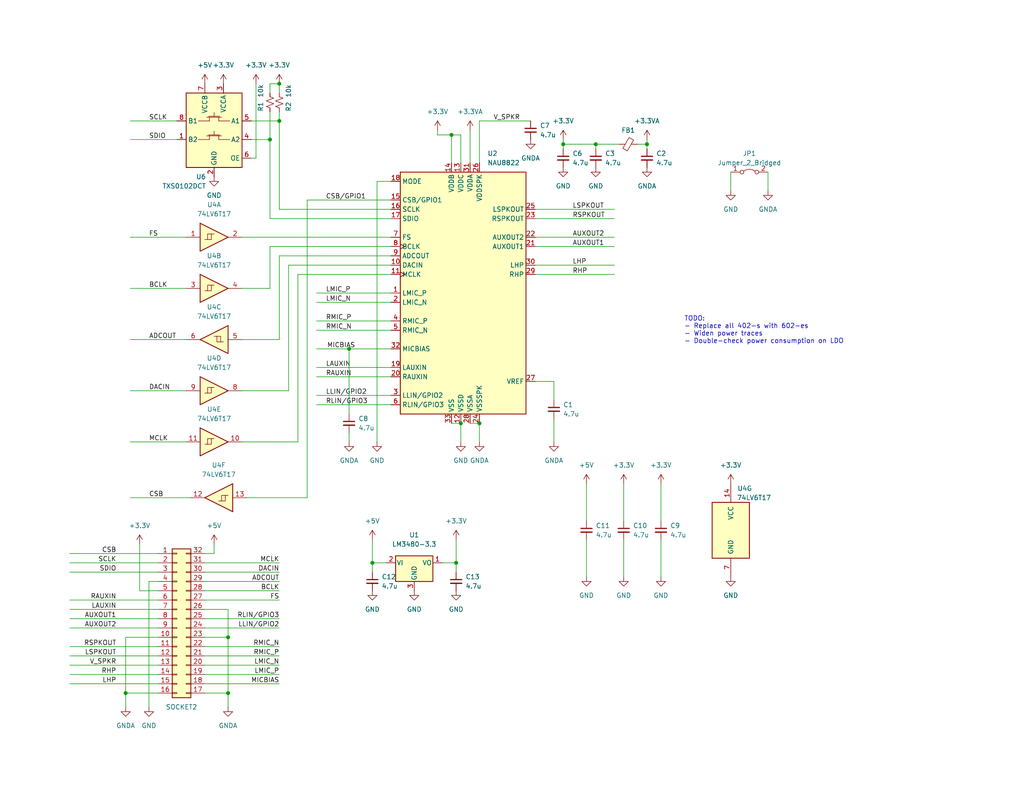
<source format=kicad_sch>
(kicad_sch (version 20230121) (generator eeschema)
  (paper "A")
  (title_block (title "A1 Codec Board"))
  (lib_symbols
    (symbol "+3.3V_1" (power) (pin_names (offset 0))
      (property "Value" "+3.3V_1" (at 0 3.556 0))
      (symbol "+3.3V_1_0_1"
        (polyline (pts (xy -0.762 1.27) (xy 0 2.54)))
        (polyline (pts (xy 0 0) (xy 0 2.54)))
        (polyline (pts (xy 0 2.54) (xy 0.762 1.27)))
      )
      (symbol "+3.3V_1_1_1"
        (pin power_in line (at 0 0 90) (length 0) hide (name "+3.3V") (number "1"))
      )
    )
    (symbol "Connector_Generic:Conn_02x16_Counter_Clockwise" (pin_names (offset 1.016) hide)
      (property "Reference" "J" (at 1.27 20.32 0))
      (property "Value" "Conn_02x16_Counter_Clockwise" (at 1.27 -22.86 0))
      (symbol "Conn_02x16_Counter_Clockwise_1_1"
        (rectangle (start -1.27 -20.193) (end 0 -20.447) (stroke (width 0.1524)))
        (rectangle (start -1.27 -17.653) (end 0 -17.907) (stroke (width 0.1524)))
        (rectangle (start -1.27 -15.113) (end 0 -15.367) (stroke (width 0.1524)))
        (rectangle (start -1.27 -12.573) (end 0 -12.827) (stroke (width 0.1524)))
        (rectangle (start -1.27 -10.033) (end 0 -10.287) (stroke (width 0.1524)))
        (rectangle (start -1.27 -7.493) (end 0 -7.747) (stroke (width 0.1524)))
        (rectangle (start -1.27 -4.953) (end 0 -5.207) (stroke (width 0.1524)))
        (rectangle (start -1.27 -2.413) (end 0 -2.667) (stroke (width 0.1524)))
        (rectangle (start -1.27 0.127) (end 0 -0.127) (stroke (width 0.1524)))
        (rectangle (start -1.27 2.667) (end 0 2.413) (stroke (width 0.1524)))
        (rectangle (start -1.27 5.207) (end 0 4.953) (stroke (width 0.1524)))
        (rectangle (start -1.27 7.747) (end 0 7.493) (stroke (width 0.1524)))
        (rectangle (start -1.27 10.287) (end 0 10.033) (stroke (width 0.1524)))
        (rectangle (start -1.27 12.827) (end 0 12.573) (stroke (width 0.1524)))
        (rectangle (start -1.27 15.367) (end 0 15.113) (stroke (width 0.1524)))
        (rectangle (start -1.27 17.907) (end 0 17.653) (stroke (width 0.1524)))
        (rectangle (start -1.27 19.05) (end 3.81 -21.59) (stroke (width 0.254)) (fill (type background)))
        (rectangle (start 3.81 -20.193) (end 2.54 -20.447) (stroke (width 0.1524)))
        (rectangle (start 3.81 -17.653) (end 2.54 -17.907) (stroke (width 0.1524)))
        (rectangle (start 3.81 -15.113) (end 2.54 -15.367) (stroke (width 0.1524)))
        (rectangle (start 3.81 -12.573) (end 2.54 -12.827) (stroke (width 0.1524)))
        (rectangle (start 3.81 -10.033) (end 2.54 -10.287) (stroke (width 0.1524)))
        (rectangle (start 3.81 -7.493) (end 2.54 -7.747) (stroke (width 0.1524)))
        (rectangle (start 3.81 -4.953) (end 2.54 -5.207) (stroke (width 0.1524)))
        (rectangle (start 3.81 -2.413) (end 2.54 -2.667) (stroke (width 0.1524)))
        (rectangle (start 3.81 0.127) (end 2.54 -0.127) (stroke (width 0.1524)))
        (rectangle (start 3.81 2.667) (end 2.54 2.413) (stroke (width 0.1524)))
        (rectangle (start 3.81 5.207) (end 2.54 4.953) (stroke (width 0.1524)))
        (rectangle (start 3.81 7.747) (end 2.54 7.493) (stroke (width 0.1524)))
        (rectangle (start 3.81 10.287) (end 2.54 10.033) (stroke (width 0.1524)))
        (rectangle (start 3.81 12.827) (end 2.54 12.573) (stroke (width 0.1524)))
        (rectangle (start 3.81 15.367) (end 2.54 15.113) (stroke (width 0.1524)))
        (rectangle (start 3.81 17.907) (end 2.54 17.653) (stroke (width 0.1524)))
        (pin passive line (at -5.08 17.78 0) (length 3.81) (name "Pin_1") (number "1"))
        (pin passive line (at -5.08 -5.08 0) (length 3.81) (name "Pin_10") (number "10"))
        (pin passive line (at -5.08 -7.62 0) (length 3.81) (name "Pin_11") (number "11"))
        (pin passive line (at -5.08 -10.16 0) (length 3.81) (name "Pin_12") (number "12"))
        (pin passive line (at -5.08 -12.7 0) (length 3.81) (name "Pin_13") (number "13"))
        (pin passive line (at -5.08 -15.24 0) (length 3.81) (name "Pin_14") (number "14"))
        (pin passive line (at -5.08 -17.78 0) (length 3.81) (name "Pin_15") (number "15"))
        (pin passive line (at -5.08 -20.32 0) (length 3.81) (name "Pin_16") (number "16"))
        (pin passive line (at 7.62 -20.32 180) (length 3.81) (name "Pin_17") (number "17"))
        (pin passive line (at 7.62 -17.78 180) (length 3.81) (name "Pin_18") (number "18"))
        (pin passive line (at 7.62 -15.24 180) (length 3.81) (name "Pin_19") (number "19"))
        (pin passive line (at -5.08 15.24 0) (length 3.81) (name "Pin_2") (number "2"))
        (pin passive line (at 7.62 -12.7 180) (length 3.81) (name "Pin_20") (number "20"))
        (pin passive line (at 7.62 -10.16 180) (length 3.81) (name "Pin_21") (number "21"))
        (pin passive line (at 7.62 -7.62 180) (length 3.81) (name "Pin_22") (number "22"))
        (pin passive line (at 7.62 -5.08 180) (length 3.81) (name "Pin_23") (number "23"))
        (pin passive line (at 7.62 -2.54 180) (length 3.81) (name "Pin_24") (number "24"))
        (pin passive line (at 7.62 0 180) (length 3.81) (name "Pin_25") (number "25"))
        (pin passive line (at 7.62 2.54 180) (length 3.81) (name "Pin_26") (number "26"))
        (pin passive line (at 7.62 5.08 180) (length 3.81) (name "Pin_27") (number "27"))
        (pin passive line (at 7.62 7.62 180) (length 3.81) (name "Pin_28") (number "28"))
        (pin passive line (at 7.62 10.16 180) (length 3.81) (name "Pin_29") (number "29"))
        (pin passive line (at -5.08 12.7 0) (length 3.81) (name "Pin_3") (number "3"))
        (pin passive line (at 7.62 12.7 180) (length 3.81) (name "Pin_30") (number "30"))
        (pin passive line (at 7.62 15.24 180) (length 3.81) (name "Pin_31") (number "31"))
        (pin passive line (at 7.62 17.78 180) (length 3.81) (name "Pin_32") (number "32"))
        (pin passive line (at -5.08 10.16 0) (length 3.81) (name "Pin_4") (number "4"))
        (pin passive line (at -5.08 7.62 0) (length 3.81) (name "Pin_5") (number "5"))
        (pin passive line (at -5.08 5.08 0) (length 3.81) (name "Pin_6") (number "6"))
        (pin passive line (at -5.08 2.54 0) (length 3.81) (name "Pin_7") (number "7"))
        (pin passive line (at -5.08 0 0) (length 3.81) (name "Pin_8") (number "8"))
        (pin passive line (at -5.08 -2.54 0) (length 3.81) (name "Pin_9") (number "9"))
      )
    )
    (symbol "Device:C_Small" (pin_numbers hide) (pin_names (offset 0.254) hide)
      (property "Reference" "C" (at 0.254 1.778 0))
      (property "Value" "C_Small" (at 0.254 -2.032 0))
      (symbol "C_Small_0_1"
        (polyline (pts (xy -1.524 -0.508) (xy 1.524 -0.508)) (stroke (width 0.3302)))
        (polyline (pts (xy -1.524 0.508) (xy 1.524 0.508)) (stroke (width 0.3048)))
      )
      (symbol "C_Small_1_1"
        (pin passive line (at 0 2.54 270) (length 2.032) (name "~") (number "1"))
        (pin passive line (at 0 -2.54 90) (length 2.032) (name "~") (number "2"))
      )
    )
    (symbol "Device:FerriteBead_Small" (pin_numbers hide) (pin_names (offset 0))
      (property "Reference" "FB" (at 1.905 1.27 0))
      (property "Value" "FerriteBead_Small" (at 1.905 -1.27 0))
      (symbol "FerriteBead_Small_0_1"
        (polyline (pts (xy 0 -1.27) (xy 0 -0.7874)))
        (polyline (pts (xy 0 0.889) (xy 0 1.2954)))
        (polyline (pts (xy -1.8288 0.2794) (xy -1.1176 1.4986) (xy 1.8288 -0.2032) (xy 1.1176 -1.4224) (xy -1.8288 0.2794)))
      )
      (symbol "FerriteBead_Small_1_1"
        (pin passive line (at 0 2.54 270) (length 1.27) (name "~") (number "1"))
        (pin passive line (at 0 -2.54 90) (length 1.27) (name "~") (number "2"))
      )
    )
    (symbol "Device:R_Small_US" (pin_numbers hide) (pin_names (offset 0.254) hide)
      (property "Reference" "R" (at 0.762 0.508 0))
      (property "Value" "R_Small_US" (at 0.762 -1.016 0))
      (symbol "R_Small_US_1_1"
        (polyline (pts (xy 0 0) (xy 1.016 -0.381) (xy 0 -0.762) (xy -1.016 -1.143) (xy 0 -1.524)))
        (polyline (pts (xy 0 1.524) (xy 1.016 1.143) (xy 0 0.762) (xy -1.016 0.381) (xy 0 0)))
        (pin passive line (at 0 2.54 270) (length 1.016) (name "~") (number "1"))
        (pin passive line (at 0 -2.54 90) (length 1.016) (name "~") (number "2"))
      )
    )
    (symbol "Jumper:Jumper_2_Bridged" (pin_names (offset 0) hide)
      (property "Reference" "JP" (at 0 1.905 0))
      (property "Value" "Jumper_2_Bridged" (at 0 -2.54 0))
      (symbol "Jumper_2_Bridged_0_0"
        (circle (center -2.032 0) (radius 0.508))
        (circle (center 2.032 0) (radius 0.508))
      )
      (symbol "Jumper_2_Bridged_0_1"
        (arc (start 1.524 0.254) (mid 0 0.762) (end -1.524 0.254))
      )
      (symbol "Jumper_2_Bridged_1_1"
        (pin passive line (at -5.08 0 0) (length 2.54) (name "A") (number "1"))
        (pin passive line (at 5.08 0 180) (length 2.54) (name "B") (number "2"))
      )
    )
    (symbol "Logic_LevelTranslator:TXS0102DCT"
      (property "Reference" "U" (at -6.35 11.43 0))
      (property "Value" "TXS0102DCT" (at 3.81 11.43 0))
      (symbol "TXS0102DCT_0_1"
        (rectangle (start -7.62 10.16) (end 7.62 -10.16) (stroke (width 0.254)) (fill (type background)))
        (polyline (pts (xy -4.318 -2.54) (xy -1.27 -2.54)))
        (polyline (pts (xy -2.032 -1.524) (xy 2.032 -1.524)))
        (polyline (pts (xy -1.524 -1.27) (xy 1.524 -1.27)))
        (polyline (pts (xy -1.27 -2.54) (xy -1.27 -1.524)))
        (polyline (pts (xy 0 -1.27) (xy 0 -0.254)))
        (polyline (pts (xy 1.27 -2.54) (xy 1.27 -1.524)))
        (polyline (pts (xy 4.318 -2.54) (xy 1.27 -2.54)))
      )
      (symbol "TXS0102DCT_1_1"
        (polyline (pts (xy -4.318 2.54) (xy -1.27 2.54)))
        (polyline (pts (xy -2.032 3.556) (xy 2.032 3.556)))
        (polyline (pts (xy -1.524 3.81) (xy 1.524 3.81)))
        (polyline (pts (xy -1.27 2.54) (xy -1.27 3.556)))
        (polyline (pts (xy 0 3.81) (xy 0 4.826)))
        (polyline (pts (xy 1.27 2.54) (xy 1.27 3.556)))
        (polyline (pts (xy 4.318 2.54) (xy 1.27 2.54)))
        (pin bidirectional line (at 10.16 -2.54 180) (length 2.54) (name "B2") (number "1"))
        (pin power_in line (at 0 -12.7 90) (length 2.54) (name "GND") (number "2"))
        (pin power_in line (at -2.54 12.7 270) (length 2.54) (name "VCCA") (number "3"))
        (pin bidirectional line (at -10.16 -2.54 0) (length 2.54) (name "A2") (number "4"))
        (pin bidirectional line (at -10.16 2.54 0) (length 2.54) (name "A1") (number "5"))
        (pin input line (at -10.16 -7.62 0) (length 2.54) (name "OE") (number "6"))
        (pin power_in line (at 2.54 12.7 270) (length 2.54) (name "VCCB") (number "7"))
        (pin bidirectional line (at 10.16 2.54 180) (length 2.54) (name "B1") (number "8"))
      )
    )
    (symbol "Regulator_Linear:LM3480-3.3" (pin_names (offset 0.254))
      (property "Reference" "U" (at -3.81 3.175 0))
      (property "Value" "LM3480-3.3" (at 0 3.175 0))
      (symbol "LM3480-3.3_0_1"
        (rectangle (start -5.08 1.905) (end 5.08 -5.08) (stroke (width 0.254)) (fill (type background)))
      )
      (symbol "LM3480-3.3_1_1"
        (pin power_out line (at 7.62 0 180) (length 2.54) (name "VO") (number "1"))
        (pin power_in line (at -7.62 0 0) (length 2.54) (name "VI") (number "2"))
        (pin power_in line (at 0 -7.62 90) (length 2.54) (name "GND") (number "3"))
      )
    )
    (symbol "anachron:74LV6T17" (pin_names (offset 1.016))
      (property "Reference" "U" (at 1.27 3.81 0))
      (property "Value" "74LV6T17" (at 5.08 -3.81 0))
      (symbol "74LV6T17_1_0"
        (polyline (pts (xy -3.81 3.81) (xy -3.81 -3.81) (xy 3.81 0) (xy -3.81 3.81)) (stroke (width 0.254)) (fill (type background)))
        (pin input line (at -7.62 0 0) (length 3.81) (name "~") (number "1"))
        (pin output line (at 7.62 0 180) (length 3.81) (name "~") (number "2"))
      )
      (symbol "74LV6T17_1_1"
        (polyline (pts (xy -1.778 -0.635) (xy -0.762 -0.635) (xy -0.762 0.889)))
        (polyline (pts (xy -2.54 -0.635) (xy -1.778 -0.635) (xy -1.778 0.889) (xy 0 0.889)))
      )
      (symbol "74LV6T17_2_0"
        (polyline (pts (xy -3.81 3.81) (xy -3.81 -3.81) (xy 3.81 0) (xy -3.81 3.81)) (stroke (width 0.254)) (fill (type background)))
        (pin input line (at -7.62 0 0) (length 3.81) (name "~") (number "3"))
        (pin open_collector line (at 7.62 0 180) (length 3.81) (name "~") (number "4"))
      )
      (symbol "74LV6T17_2_1"
        (polyline (pts (xy -1.778 -0.635) (xy -0.762 -0.635) (xy -0.762 0.889)))
        (polyline (pts (xy -2.54 -0.635) (xy -1.778 -0.635) (xy -1.778 0.889) (xy 0 0.889)))
      )
      (symbol "74LV6T17_3_0"
        (polyline (pts (xy -3.81 3.81) (xy -3.81 -3.81) (xy 3.81 0) (xy -3.81 3.81)) (stroke (width 0.254)) (fill (type background)))
        (pin input line (at -7.62 0 0) (length 3.81) (name "~") (number "5"))
        (pin open_collector line (at 7.62 0 180) (length 3.81) (name "~") (number "6"))
      )
      (symbol "74LV6T17_3_1"
        (polyline (pts (xy -1.778 -0.635) (xy -0.762 -0.635) (xy -0.762 0.889)))
        (polyline (pts (xy -2.54 -0.635) (xy -1.778 -0.635) (xy -1.778 0.889) (xy 0 0.889)))
      )
      (symbol "74LV6T17_4_0"
        (polyline (pts (xy -3.81 3.81) (xy -3.81 -3.81) (xy 3.81 0) (xy -3.81 3.81)) (stroke (width 0.254)) (fill (type background)))
        (pin open_collector line (at 7.62 0 180) (length 3.81) (name "~") (number "8"))
        (pin input line (at -7.62 0 0) (length 3.81) (name "~") (number "9"))
      )
      (symbol "74LV6T17_4_1"
        (polyline (pts (xy -1.778 -0.635) (xy -0.762 -0.635) (xy -0.762 0.889)))
        (polyline (pts (xy -2.54 -0.635) (xy -1.778 -0.635) (xy -1.778 0.889) (xy 0 0.889)))
      )
      (symbol "74LV6T17_5_0"
        (polyline (pts (xy -3.81 3.81) (xy -3.81 -3.81) (xy 3.81 0) (xy -3.81 3.81)) (stroke (width 0.254)) (fill (type background)))
        (pin open_collector line (at 7.62 0 180) (length 3.81) (name "~") (number "10"))
        (pin input line (at -7.62 0 0) (length 3.81) (name "~") (number "11"))
      )
      (symbol "74LV6T17_5_1"
        (polyline (pts (xy -1.778 -0.635) (xy -0.762 -0.635) (xy -0.762 0.889)))
        (polyline (pts (xy -2.54 -0.635) (xy -1.778 -0.635) (xy -1.778 0.889) (xy 0 0.889)))
      )
      (symbol "74LV6T17_6_0"
        (polyline (pts (xy -3.81 3.81) (xy -3.81 -3.81) (xy 3.81 0) (xy -3.81 3.81)) (stroke (width 0.254)) (fill (type background)))
        (pin open_collector line (at 7.62 0 180) (length 3.81) (name "~") (number "12"))
        (pin input line (at -7.62 0 0) (length 3.81) (name "~") (number "13"))
      )
      (symbol "74LV6T17_6_1"
        (polyline (pts (xy -1.778 -0.635) (xy -0.762 -0.635) (xy -0.762 0.889)))
        (polyline (pts (xy -2.54 -0.635) (xy -1.778 -0.635) (xy -1.778 0.889) (xy 0 0.889)))
      )
      (symbol "74LV6T17_7_0"
        (pin power_in line (at 0 12.7 270) (length 5.08) (name "VCC") (number "14"))
        (pin power_in line (at 0 -12.7 90) (length 5.08) (name "GND") (number "7"))
      )
      (symbol "74LV6T17_7_1"
        (rectangle (start -5.08 7.62) (end 5.08 -7.62) (stroke (width 0.254)) (fill (type background)))
      )
    )
    (symbol "anachron:NAU8822"
      (property "Reference" "U" (at 1.27 36.83 0))
      (property "Value" "NAU8822" (at 5.08 34.29 0))
      (symbol "NAU8822_0_0"
        (pin input line (at -2.54 0 0) (length 2.54) (name "LMIC_P") (number "1"))
        (pin input line (at -2.54 7.62 0) (length 2.54) (name "DACIN") (number "10"))
        (pin power_in line (at 16.51 -35.56 90) (length 2.54) (name "VSSD") (number "12"))
        (pin power_in line (at 16.51 35.56 270) (length 2.54) (name "VDDC") (number "13"))
        (pin power_in line (at 13.97 35.56 270) (length 2.54) (name "VDDB") (number "14"))
        (pin bidirectional line (at -2.54 22.86 0) (length 2.54) (name "SCLK") (number "16"))
        (pin bidirectional line (at -2.54 20.32 0) (length 2.54) (name "SDIO") (number "17"))
        (pin input line (at -2.54 30.48 0) (length 2.54) (name "MODE") (number "18"))
        (pin input line (at -2.54 -20.32 0) (length 2.54) (name "LAUXIN") (number "19"))
        (pin input line (at -2.54 -2.54 0) (length 2.54) (name "LMIC_N") (number "2"))
        (pin tri_state line (at -2.54 -22.86 0) (length 2.54) (name "RAUXIN") (number "20"))
        (pin output line (at 36.83 12.7 180) (length 2.54) (name "AUXOUT1") (number "21"))
        (pin output line (at 36.83 15.24 180) (length 2.54) (name "AUXOUT2") (number "22"))
        (pin output line (at 36.83 20.32 180) (length 2.54) (name "RSPKOUT") (number "23"))
        (pin power_in line (at 21.59 -35.56 90) (length 2.54) (name "VSSSPK") (number "24"))
        (pin output line (at 36.83 22.86 180) (length 2.54) (name "LSPKOUT") (number "25"))
        (pin power_in line (at 21.59 35.56 270) (length 2.54) (name "VDDSPK") (number "26"))
        (pin passive line (at 36.83 -24.13 180) (length 2.54) (name "VREF") (number "27"))
        (pin power_in line (at 19.05 -35.56 90) (length 2.54) (name "VSSA") (number "28"))
        (pin output line (at 36.83 5.08 180) (length 2.54) (name "RHP") (number "29"))
        (pin bidirectional line (at -2.54 -27.94 0) (length 2.54) (name "LLIN/GPIO2") (number "3"))
        (pin output line (at 36.83 7.62 180) (length 2.54) (name "LHP") (number "30"))
        (pin power_in line (at 19.05 35.56 270) (length 2.54) (name "VDDA") (number "31"))
        (pin output line (at -2.54 -15.24 0) (length 2.54) (name "MICBIAS") (number "32"))
        (pin input line (at -2.54 -7.62 0) (length 2.54) (name "RMIC_P") (number "4"))
        (pin input line (at -2.54 -10.16 0) (length 2.54) (name "RMIC_N") (number "5"))
        (pin bidirectional line (at -2.54 -30.48 0) (length 2.54) (name "RLIN/GPIO3") (number "6"))
        (pin bidirectional line (at -2.54 15.24 0) (length 2.54) (name "FS") (number "7"))
        (pin output line (at -2.54 10.16 0) (length 2.54) (name "ADCOUT") (number "9"))
      )
      (symbol "NAU8822_0_1"
        (rectangle (start 0 33.02) (end 34.29 -33.02) (stroke (width 0.254)) (fill (type background)))
      )
      (symbol "NAU8822_1_0"
        (pin input clock (at -2.54 5.08 0) (length 2.54) (name "MCLK") (number "11"))
        (pin bidirectional line (at -2.54 25.4 0) (length 2.54) (name "CSB/GPIO1") (number "15"))
        (pin power_in line (at 13.97 -35.56 90) (length 2.54) (name "VSS") (number "33"))
        (pin bidirectional clock (at -2.54 12.7 0) (length 2.54) (name "BCLK") (number "8"))
      )
    )
    (symbol "power:+3.3VA" (power) (pin_names (offset 0))
      (property "Value" "+3.3VA" (at 0 3.556 0))
      (symbol "+3.3VA_0_1"
        (polyline (pts (xy -0.762 1.27) (xy 0 2.54)))
        (polyline (pts (xy 0 0) (xy 0 2.54)))
        (polyline (pts (xy 0 2.54) (xy 0.762 1.27)))
      )
      (symbol "+3.3VA_1_1"
        (pin power_in line (at 0 0 90) (length 0) hide (name "+3.3VA") (number "1"))
      )
    )
    (symbol "power:+5V" (power) (pin_names (offset 0))
      (property "Value" "+5V" (at 0 3.556 0))
      (symbol "+5V_0_1"
        (polyline (pts (xy -0.762 1.27) (xy 0 2.54)))
        (polyline (pts (xy 0 0) (xy 0 2.54)))
        (polyline (pts (xy 0 2.54) (xy 0.762 1.27)))
      )
      (symbol "+5V_1_1"
        (pin power_in line (at 0 0 90) (length 0) hide (name "+5V") (number "1"))
      )
    )
    (symbol "power:GND" (power) (pin_names (offset 0))
      (property "Value" "GND" (at 0 -3.81 0))
      (symbol "GND_0_1"
        (polyline (pts (xy 0 0) (xy 0 -1.27) (xy 1.27 -1.27) (xy 0 -2.54) (xy -1.27 -1.27) (xy 0 -1.27)))
      )
      (symbol "GND_1_1"
        (pin power_in line (at 0 0 270) (length 0) hide (name "GND") (number "1"))
      )
    )
    (symbol "power:GNDA" (power) (pin_names (offset 0))
      (property "Value" "GNDA" (at 0 -3.81 0))
      (symbol "GNDA_0_1"
        (polyline (pts (xy 0 0) (xy 0 -1.27) (xy 1.27 -1.27) (xy 0 -2.54) (xy -1.27 -1.27) (xy 0 -1.27)))
      )
      (symbol "GNDA_1_1"
        (pin power_in line (at 0 0 270) (length 0) hide (name "GNDA") (number "1"))
      )
    )
  )
  (junction (at 123.19 36.83))
  (junction (at 34.29 189.23))
  (junction (at 162.56 39.37))
  (junction (at 76.2 22.86))
  (junction (at 125.73 115.57))
  (junction (at 62.23 173.99))
  (junction (at 153.67 39.37))
  (junction (at 101.6 153.67))
  (junction (at 62.23 189.23))
  (junction (at 130.81 115.57))
  (junction (at 73.66 38.1))
  (junction (at 124.46 153.67))
  (junction (at 76.2 33.02))
  (junction (at 95.25 95.25))
  (junction (at 176.53 39.37))
  (wire (pts (xy 62.23 189.23) (xy 62.23 193.04)))
  (wire (pts (xy 76.2 30.48) (xy 76.2 33.02)))
  (wire (pts (xy 83.82 135.89) (xy 67.31 135.89)))
  (wire (pts (xy 76.2 184.15) (xy 55.88 184.15)))
  (wire (pts (xy 66.04 92.71) (xy 76.2 92.71)))
  (wire (pts (xy 73.66 59.69) (xy 106.68 59.69)))
  (wire (pts (xy 95.25 95.25) (xy 106.68 95.25)))
  (wire (pts (xy 62.23 173.99) (xy 55.88 173.99)))
  (wire (pts (xy 43.18 176.53) (xy 19.05 176.53)))
  (wire (pts (xy 34.29 189.23) (xy 43.18 189.23)))
  (wire (pts (xy 86.36 87.63) (xy 106.68 87.63)))
  (wire (pts (xy 151.13 104.14) (xy 146.05 104.14)))
  (wire (pts (xy 40.64 158.75) (xy 40.64 193.04)))
  (wire (pts (xy 153.67 39.37) (xy 162.56 39.37)))
  (wire (pts (xy 123.19 115.57) (xy 125.73 115.57)))
  (wire (pts (xy 43.18 186.69) (xy 19.05 186.69)))
  (wire (pts (xy 81.28 74.93) (xy 81.28 120.65)))
  (wire (pts (xy 34.29 189.23) (xy 34.29 173.99)))
  (wire (pts (xy 119.38 35.56) (xy 119.38 36.83)))
  (wire (pts (xy 83.82 54.61) (xy 83.82 135.89)))
  (wire (pts (xy 76.2 22.86) (xy 76.2 25.4)))
  (wire (pts (xy 66.04 78.74) (xy 73.66 78.74)))
  (wire (pts (xy 76.2 33.02) (xy 68.58 33.02)))
  (wire (pts (xy 160.02 157.48) (xy 160.02 147.32)))
  (wire (pts (xy 160.02 142.24) (xy 160.02 132.08)))
  (wire (pts (xy 62.23 189.23) (xy 55.88 189.23)))
  (wire (pts (xy 180.34 157.48) (xy 180.34 147.32)))
  (wire (pts (xy 144.78 33.02) (xy 130.81 33.02)))
  (wire (pts (xy 86.36 110.49) (xy 106.68 110.49)))
  (wire (pts (xy 124.46 153.67) (xy 124.46 156.21)))
  (wire (pts (xy 130.81 33.02) (xy 130.81 44.45)))
  (wire (pts (xy 43.18 153.67) (xy 19.05 153.67)))
  (wire (pts (xy 95.25 120.65) (xy 95.25 118.11)))
  (wire (pts (xy 76.2 158.75) (xy 55.88 158.75)))
  (wire (pts (xy 95.25 113.03) (xy 95.25 95.25)))
  (wire (pts (xy 146.05 64.77) (xy 167.64 64.77)))
  (wire (pts (xy 69.85 22.86) (xy 69.85 43.18)))
  (wire (pts (xy 105.41 153.67) (xy 101.6 153.67)))
  (wire (pts (xy 119.38 36.83) (xy 123.19 36.83)))
  (wire (pts (xy 35.56 33.02) (xy 48.26 33.02)))
  (wire (pts (xy 35.56 92.71) (xy 50.8 92.71)))
  (wire (pts (xy 38.1 148.59) (xy 38.1 161.29)))
  (wire (pts (xy 35.56 135.89) (xy 52.07 135.89)))
  (wire (pts (xy 43.18 151.13) (xy 19.05 151.13)))
  (wire (pts (xy 76.2 57.15) (xy 106.68 57.15)))
  (wire (pts (xy 120.65 153.67) (xy 124.46 153.67)))
  (wire (pts (xy 38.1 161.29) (xy 43.18 161.29)))
  (wire (pts (xy 86.36 95.25) (xy 95.25 95.25)))
  (wire (pts (xy 101.6 147.32) (xy 101.6 153.67)))
  (wire (pts (xy 76.2 92.71) (xy 76.2 69.85)))
  (wire (pts (xy 153.67 39.37) (xy 153.67 38.1)))
  (wire (pts (xy 124.46 147.32) (xy 124.46 153.67)))
  (wire (pts (xy 58.42 148.59) (xy 58.42 151.13)))
  (wire (pts (xy 68.58 43.18) (xy 69.85 43.18)))
  (wire (pts (xy 86.36 102.87) (xy 106.68 102.87)))
  (wire (pts (xy 146.05 57.15) (xy 167.64 57.15)))
  (wire (pts (xy 62.23 173.99) (xy 62.23 166.37)))
  (wire (pts (xy 35.56 78.74) (xy 50.8 78.74)))
  (wire (pts (xy 146.05 59.69) (xy 167.64 59.69)))
  (wire (pts (xy 199.39 46.99) (xy 199.39 52.07)))
  (wire (pts (xy 35.56 38.1) (xy 48.26 38.1)))
  (wire (pts (xy 35.56 64.77) (xy 50.8 64.77)))
  (wire (pts (xy 62.23 166.37) (xy 55.88 166.37)))
  (wire (pts (xy 86.36 90.17) (xy 106.68 90.17)))
  (wire (pts (xy 73.66 30.48) (xy 73.66 38.1)))
  (wire (pts (xy 151.13 109.22) (xy 151.13 104.14)))
  (wire (pts (xy 76.2 171.45) (xy 55.88 171.45)))
  (wire (pts (xy 83.82 54.61) (xy 106.68 54.61)))
  (wire (pts (xy 146.05 74.93) (xy 167.64 74.93)))
  (wire (pts (xy 76.2 168.91) (xy 55.88 168.91)))
  (wire (pts (xy 123.19 36.83) (xy 125.73 36.83)))
  (wire (pts (xy 123.19 44.45) (xy 123.19 36.83)))
  (wire (pts (xy 34.29 189.23) (xy 34.29 193.04)))
  (wire (pts (xy 58.42 151.13) (xy 55.88 151.13)))
  (wire (pts (xy 180.34 142.24) (xy 180.34 132.08)))
  (wire (pts (xy 43.18 156.21) (xy 19.05 156.21)))
  (wire (pts (xy 43.18 163.83) (xy 19.05 163.83)))
  (wire (pts (xy 86.36 100.33) (xy 106.68 100.33)))
  (wire (pts (xy 81.28 120.65) (xy 66.04 120.65)))
  (wire (pts (xy 162.56 40.64) (xy 162.56 39.37)))
  (wire (pts (xy 73.66 25.4) (xy 73.66 22.86)))
  (wire (pts (xy 43.18 171.45) (xy 19.05 171.45)))
  (wire (pts (xy 86.36 82.55) (xy 106.68 82.55)))
  (wire (pts (xy 102.87 49.53) (xy 106.68 49.53)))
  (wire (pts (xy 76.2 186.69) (xy 55.88 186.69)))
  (wire (pts (xy 128.27 35.56) (xy 128.27 44.45)))
  (wire (pts (xy 76.2 163.83) (xy 55.88 163.83)))
  (wire (pts (xy 209.55 46.99) (xy 209.55 52.07)))
  (wire (pts (xy 78.74 72.39) (xy 106.68 72.39)))
  (wire (pts (xy 170.18 142.24) (xy 170.18 132.08)))
  (wire (pts (xy 78.74 106.68) (xy 78.74 72.39)))
  (wire (pts (xy 101.6 153.67) (xy 101.6 156.21)))
  (wire (pts (xy 76.2 57.15) (xy 76.2 33.02)))
  (wire (pts (xy 76.2 176.53) (xy 55.88 176.53)))
  (wire (pts (xy 176.53 40.64) (xy 176.53 39.37)))
  (wire (pts (xy 130.81 115.57) (xy 130.81 120.65)))
  (wire (pts (xy 86.36 107.95) (xy 106.68 107.95)))
  (wire (pts (xy 73.66 38.1) (xy 68.58 38.1)))
  (wire (pts (xy 151.13 120.65) (xy 151.13 114.3)))
  (wire (pts (xy 73.66 78.74) (xy 73.66 67.31)))
  (wire (pts (xy 162.56 39.37) (xy 168.91 39.37)))
  (wire (pts (xy 170.18 157.48) (xy 170.18 147.32)))
  (wire (pts (xy 128.27 115.57) (xy 130.81 115.57)))
  (wire (pts (xy 176.53 38.1) (xy 176.53 39.37)))
  (wire (pts (xy 86.36 80.01) (xy 106.68 80.01)))
  (wire (pts (xy 35.56 120.65) (xy 50.8 120.65)))
  (wire (pts (xy 146.05 72.39) (xy 167.64 72.39)))
  (wire (pts (xy 76.2 161.29) (xy 55.88 161.29)))
  (wire (pts (xy 35.56 106.68) (xy 50.8 106.68)))
  (wire (pts (xy 66.04 64.77) (xy 106.68 64.77)))
  (wire (pts (xy 43.18 179.07) (xy 19.05 179.07)))
  (wire (pts (xy 125.73 115.57) (xy 125.73 120.65)))
  (wire (pts (xy 43.18 158.75) (xy 40.64 158.75)))
  (wire (pts (xy 62.23 189.23) (xy 62.23 173.99)))
  (wire (pts (xy 66.04 106.68) (xy 78.74 106.68)))
  (wire (pts (xy 146.05 67.31) (xy 167.64 67.31)))
  (wire (pts (xy 76.2 69.85) (xy 106.68 69.85)))
  (wire (pts (xy 73.66 67.31) (xy 106.68 67.31)))
  (wire (pts (xy 43.18 173.99) (xy 34.29 173.99)))
  (wire (pts (xy 153.67 40.64) (xy 153.67 39.37)))
  (wire (pts (xy 73.66 59.69) (xy 73.66 38.1)))
  (wire (pts (xy 43.18 184.15) (xy 19.05 184.15)))
  (wire (pts (xy 76.2 156.21) (xy 55.88 156.21)))
  (wire (pts (xy 43.18 181.61) (xy 19.05 181.61)))
  (wire (pts (xy 76.2 153.67) (xy 55.88 153.67)))
  (wire (pts (xy 43.18 168.91) (xy 19.05 168.91)))
  (wire (pts (xy 76.2 179.07) (xy 55.88 179.07)))
  (wire (pts (xy 43.18 166.37) (xy 19.05 166.37)))
  (wire (pts (xy 173.99 39.37) (xy 176.53 39.37)))
  (wire (pts (xy 76.2 181.61) (xy 55.88 181.61)))
  (wire (pts (xy 106.68 74.93) (xy 81.28 74.93)))
  (wire (pts (xy 102.87 49.53) (xy 102.87 120.65)))
  (wire (pts (xy 73.66 22.86) (xy 76.2 22.86)))
  (wire (pts (xy 125.73 36.83) (xy 125.73 44.45)))
  (text "TODO:\n- Replace all 402-s with 602-es\n- Widen power traces\n- Double-check power consumption on LDO\n" (at 186.69 93.98 0) (effects (font (size 1.27 1.27)) (justify left bottom)))
  (label "RLIN{slash}GPIO3" (at 76.2 168.91 180))
  (label "LLIN{slash}GPIO2" (at 76.2 171.45 180))
  (label "BCLK" (at 40.64 78.74 0))
  (label "LSPKOUT" (at 31.75 179.07 180))
  (label "SDIO" (at 40.64 38.1 0))
  (label "V_SPKR" (at 31.75 181.61 180))
  (label "CSB{slash}GPIO1" (at 88.9 54.61 0))
  (label "LMIC_N" (at 88.9 82.55 0))
  (label "MICBIAS" (at 89.2206 95.25 0))
  (label "SCLK" (at 31.75 153.67 180))
  (label "V_SPKR" (at 134.62 33.02 0))
  (label "FS" (at 40.64 64.77 0))
  (label "RHP" (at 31.75 184.15 180))
  (label "RMIC_P" (at 88.9 87.63 0))
  (label "MICBIAS" (at 76.2 186.69 180))
  (label "BCLK" (at 76.2 161.29 180))
  (label "RHP" (at 156.21 74.93 0))
  (label "ADCOUT" (at 40.64 92.71 0))
  (label "CSB" (at 31.75 151.13 180))
  (label "SCLK" (at 40.64 33.02 0))
  (label "LHP" (at 156.21 72.39 0))
  (label "SDIO" (at 31.75 156.21 180))
  (label "RSPKOUT" (at 31.75 176.53 180))
  (label "DACIN" (at 40.64 106.68 0))
  (label "DACIN" (at 76.2 156.21 180))
  (label "MCLK" (at 76.2 153.67 180))
  (label "RSPKOUT" (at 156.21 59.69 0))
  (label "CSB" (at 40.64 135.89 0))
  (label "AUXOUT1" (at 31.75 168.91 180))
  (label "LMIC_P" (at 76.2 184.15 180))
  (label "RAUXIN" (at 31.75 163.83 180))
  (label "LLIN{slash}GPIO2" (at 88.9 107.95 0))
  (label "LMIC_N" (at 76.2 181.61 180))
  (label "AUXOUT2" (at 31.75 171.45 180))
  (label "LAUXIN" (at 31.75 166.37 180))
  (label "AUXOUT2" (at 156.21 64.77 0))
  (label "AUXOUT1" (at 156.21 67.31 0))
  (label "LSPKOUT" (at 156.21 57.15 0))
  (label "RAUXIN" (at 88.9 102.87 0))
  (label "RMIC_P" (at 76.2 179.07 180))
  (label "LHP" (at 31.75 186.69 180))
  (label "MCLK" (at 40.64 120.65 0))
  (label "LMIC_P" (at 88.9 80.01 0))
  (label "RMIC_N" (at 76.2 176.53 180))
  (label "LAUXIN" (at 88.9 100.33 0))
  (label "RLIN{slash}GPIO3" (at 88.9 110.49 0))
  (label "RMIC_N" (at 88.9 90.17 0))
  (label "ADCOUT" (at 76.2 158.75 180))
  (label "FS" (at 76.2 163.83 180))
  (symbol (lib_id "Jumper:Jumper_2_Bridged") (at 204.47 46.99 0) (unit 1)
    (property "Reference" "JP1" (at 204.47 41.91 0))
    (property "Value" "Jumper_2_Bridged" (at 204.47 44.45 0))
    (property "Footprint" "Jumper:SolderJumper-2_P1.3mm_Bridged2Bar_Pad1.0x1.5mm" (effects hide))
  )
  (symbol (lib_name "+3.3V_1") (lib_id "power:+3.3V") (at 69.85 22.86 0) (unit 1)
    (property "Reference" "#PWR010" (effects hide))
    (property "Value" "+3.3V" (at 69.85 17.78 0))
  )
  (symbol (lib_id "anachron:74LV6T17") (at 58.42 64.77 0) (unit 1)
    (property "Reference" "U4" (at 58.42 55.88 0))
    (property "Value" "74LV6T17" (at 58.42 58.42 0))
    (property "Footprint" "Package_SO:TSSOP-14_4.4x5mm_P0.65mm" (effects hide))
    (property "Datasheet" "https://www.ti.com/lit/ds/symlink/sn74lv6t17.pdf" (effects hide))
  )
  (symbol (lib_name "+3.3V_1") (lib_id "power:+3.3V") (at 170.18 132.08 0) (unit 1)
    (property "Reference" "#PWR020" (effects hide))
    (property "Value" "+3.3V" (at 170.18 127 0))
  )
  (symbol (lib_name "+3.3V_1") (lib_id "power:+3.3V") (at 38.1 148.59 0) (unit 1)
    (property "Reference" "#PWR08" (effects hide))
    (property "Value" "+3.3V" (at 38.1 143.51 0))
  )
  (symbol (lib_id "power:GNDA") (at 151.13 120.65 0) (unit 1)
    (property "Reference" "#PWR028" (effects hide))
    (property "Value" "GNDA" (at 151.13 125.73 0))
  )
  (symbol (lib_id "power:GND") (at 58.42 48.26 0) (unit 1)
    (property "Reference" "#PWR015" (effects hide))
    (property "Value" "GND" (at 58.42 53.34 0))
  )
  (symbol (lib_id "power:GND") (at 160.02 157.48 0) (unit 1)
    (property "Reference" "#PWR035" (effects hide))
    (property "Value" "GND" (at 160.02 162.56 0))
  )
  (symbol (lib_id "Device:C_Small") (at 170.18 144.78 0) (unit 1)
    (property "Reference" "C10" (at 172.72 143.5163 0) (effects (justify left)))
    (property "Value" "4.7u" (at 172.72 146.0563 0) (effects (justify left)))
    (property "Footprint" "Capacitor_SMD:C_0402_1005Metric_Pad0.74x0.62mm_HandSolder" (effects hide))
    (property "manf#" "GRM155R60J475ME47D" (effects hide))
  )
  (symbol (lib_id "power:GND") (at 170.18 157.48 0) (unit 1)
    (property "Reference" "#PWR032" (effects hide))
    (property "Value" "GND" (at 170.18 162.56 0))
  )
  (symbol (lib_id "power:+5V") (at 101.6 147.32 0) (unit 1)
    (property "Reference" "#PWR03" (effects hide))
    (property "Value" "+5V" (at 101.6 142.24 0))
  )
  (symbol (lib_name "+3.3V_1") (lib_id "power:+3.3V") (at 119.38 35.56 0) (unit 1)
    (property "Reference" "#PWR02" (effects hide))
    (property "Value" "+3.3V" (at 119.38 30.48 0))
  )
  (symbol (lib_id "power:GND") (at 162.56 45.72 0) (unit 1)
    (property "Reference" "#PWR024" (effects hide))
    (property "Value" "GND" (at 162.56 50.8 0))
  )
  (symbol (lib_id "power:GNDA") (at 144.78 38.1 0) (unit 1)
    (property "Reference" "#PWR027" (effects hide))
    (property "Value" "GNDA" (at 144.78 43.18 0))
  )
  (symbol (lib_id "power:GND") (at 125.73 120.65 0) (unit 1)
    (property "Reference" "#PWR06" (effects hide))
    (property "Value" "GND" (at 125.73 125.73 0))
  )
  (symbol (lib_id "Device:C_Small") (at 180.34 144.78 0) (unit 1)
    (property "Reference" "C9" (at 182.88 143.5163 0) (effects (justify left)))
    (property "Value" "4.7u" (at 182.88 146.0563 0) (effects (justify left)))
    (property "Footprint" "Capacitor_SMD:C_0402_1005Metric_Pad0.74x0.62mm_HandSolder" (effects hide))
    (property "manf#" "GRM155R60J475ME47D" (effects hide))
  )
  (symbol (lib_id "power:GND") (at 40.64 193.04 0) (unit 1)
    (property "Reference" "#PWR026" (effects hide))
    (property "Value" "GND" (at 40.64 198.12 0))
  )
  (symbol (lib_id "Device:FerriteBead_Small") (at 171.45 39.37 90) (unit 1)
    (property "Reference" "FB1" (at 171.4119 35.56 90))
    (property "Value" "FerriteBead_Small" (effects hide))
    (property "Footprint" "Inductor_SMD:L_0402_1005Metric_Pad0.77x0.64mm_HandSolder" (effects hide))
  )
  (symbol (lib_name "+3.3V_1") (lib_id "power:+3.3V") (at 60.96 22.86 0) (unit 1)
    (property "Reference" "#PWR012" (effects hide))
    (property "Value" "+3.3V" (at 60.96 17.78 0))
  )
  (symbol (lib_id "power:GNDA") (at 130.81 120.65 0) (unit 1)
    (property "Reference" "#PWR037" (effects hide))
    (property "Value" "GNDA" (at 130.81 125.73 0))
  )
  (symbol (lib_id "Regulator_Linear:LM3480-3.3") (at 113.03 153.67 0) (unit 1)
    (property "Reference" "U1" (at 113.03 146.05 0))
    (property "Value" "LM3480-3.3" (at 113.03 148.59 0))
    (property "Footprint" "Package_TO_SOT_SMD:SOT-23" (effects hide))
    (property "Datasheet" "http://www.ti.com/lit/ds/symlink/lm3480.pdf" (effects hide))
    (property "manf#" "LM3480IM3X-3.3/NOPB" (effects hide))
  )
  (symbol (lib_id "Logic_LevelTranslator:TXS0102DCT") (at 58.42 35.56 0) (mirror y) (unit 1)
    (property "Reference" "U6" (at 56.2259 48.26 0) (effects (justify left)))
    (property "Value" "TXS0102DCT" (at 56.2259 50.8 0) (effects (justify left)))
    (property "Footprint" "Package_SO:SSOP-8_2.95x2.8mm_P0.65mm" (effects hide))
    (property "Datasheet" "http://www.ti.com/lit/gpn/txs0102" (effects hide))
  )
  (symbol (lib_id "Device:C_Small") (at 151.13 111.76 0) (unit 1)
    (property "Reference" "C1" (at 153.67 110.4963 0) (effects (justify left)))
    (property "Value" "4.7u" (at 153.67 113.0363 0) (effects (justify left)))
    (property "Footprint" "Capacitor_SMD:C_0402_1005Metric_Pad0.74x0.62mm_HandSolder" (effects hide))
    (property "manf#" "GRM155R60J475ME47D" (effects hide))
  )
  (symbol (lib_id "power:GND") (at 124.46 161.29 0) (unit 1)
    (property "Reference" "#PWR013" (effects hide))
    (property "Value" "GND" (at 124.46 166.37 0))
  )
  (symbol (lib_id "power:+3.3VA") (at 176.53 38.1 0) (unit 1)
    (property "Reference" "#PWR022" (effects hide))
    (property "Value" "+3.3VA" (at 176.53 33.02 0))
  )
  (symbol (lib_name "+3.3V_1") (lib_id "power:+3.3V") (at 76.2 22.86 0) (unit 1)
    (property "Reference" "#PWR05" (effects hide))
    (property "Value" "+3.3V" (at 76.2 17.78 0))
  )
  (symbol (lib_id "Device:C_Small") (at 144.78 35.56 0) (unit 1)
    (property "Reference" "C7" (at 147.32 34.2963 0) (effects (justify left)))
    (property "Value" "4.7u" (at 147.32 36.8363 0) (effects (justify left)))
    (property "Footprint" "Capacitor_SMD:C_0402_1005Metric_Pad0.74x0.62mm_HandSolder" (effects hide))
    (property "manf#" "GRM155R60J475ME47D" (effects hide))
  )
  (symbol (lib_name "+3.3V_1") (lib_id "power:+3.3V") (at 199.39 132.08 0) (unit 1)
    (property "Reference" "#PWR031" (effects hide))
    (property "Value" "+3.3V" (at 199.39 127 0))
  )
  (symbol (lib_id "anachron:NAU8822") (at 109.22 80.01 0) (unit 1)
    (property "Reference" "U2" (at 133.0041 41.91 0) (effects (justify left)))
    (property "Value" "NAU8822" (at 133.0041 44.45 0) (effects (justify left)))
    (property "Footprint" "Package_DFN_QFN:QFN-32-1EP_5x5mm_P0.5mm_EP3.1x3.1mm" (effects hide))
    (property "Datasheet" "https://www.nuvoton.com/export/resource-files/NAU8822DataSheetRev3.3.pdf" (effects hide))
  )
  (symbol (lib_id "Device:C_Small") (at 153.67 43.18 0) (unit 1)
    (property "Reference" "C6" (at 156.21 41.9163 0) (effects (justify left)))
    (property "Value" "4.7u" (at 156.21 44.4563 0) (effects (justify left)))
    (property "Footprint" "Capacitor_SMD:C_0402_1005Metric_Pad0.74x0.62mm_HandSolder" (effects hide))
    (property "manf#" "GRM155R60J475ME47D" (effects hide))
  )
  (symbol (lib_name "+3.3V_1") (lib_id "power:+3.3V") (at 153.67 38.1 0) (unit 1)
    (property "Reference" "#PWR04" (effects hide))
    (property "Value" "+3.3V" (at 153.67 33.02 0))
  )
  (symbol (lib_id "Device:C_Small") (at 101.6 158.75 0) (unit 1)
    (property "Reference" "C12" (at 104.14 157.4863 0) (effects (justify left)))
    (property "Value" "4.7u" (at 104.14 160.0263 0) (effects (justify left)))
    (property "Footprint" "Capacitor_SMD:C_0402_1005Metric_Pad0.74x0.62mm_HandSolder" (effects hide))
    (property "manf#" "GRM155R60J475ME47D" (effects hide))
  )
  (symbol (lib_id "power:GND") (at 101.6 161.29 0) (unit 1)
    (property "Reference" "#PWR09" (effects hide))
    (property "Value" "GND" (at 101.6 166.37 0))
  )
  (symbol (lib_id "power:GND") (at 180.34 157.48 0) (unit 1)
    (property "Reference" "#PWR029" (effects hide))
    (property "Value" "GND" (at 180.34 162.56 0))
  )
  (symbol (lib_id "power:GND") (at 102.87 120.65 0) (unit 1)
    (property "Reference" "#PWR01" (effects hide))
    (property "Value" "GND" (at 102.87 125.73 0))
  )
  (symbol (lib_id "power:+5V") (at 58.42 148.59 0) (unit 1)
    (property "Reference" "#PWR017" (effects hide))
    (property "Value" "+5V" (at 58.42 143.51 0))
  )
  (symbol (lib_id "power:+5V") (at 160.02 132.08 0) (unit 1)
    (property "Reference" "#PWR034" (effects hide))
    (property "Value" "+5V" (at 160.02 127 0))
  )
  (symbol (lib_id "anachron:74LV6T17") (at 58.42 106.68 0) (unit 4)
    (property "Reference" "U4" (at 58.42 97.79 0))
    (property "Value" "74LV6T17" (at 58.42 100.33 0))
    (property "Footprint" "Package_SO:TSSOP-14_4.4x5mm_P0.65mm" (effects hide))
    (property "Datasheet" "https://www.ti.com/lit/ds/symlink/sn74lv6t17.pdf" (effects hide))
  )
  (symbol (lib_id "power:GND") (at 153.67 45.72 0) (unit 1)
    (property "Reference" "#PWR025" (effects hide))
    (property "Value" "GND" (at 153.67 50.8 0))
  )
  (symbol (lib_id "Device:C_Small") (at 95.25 115.57 0) (unit 1)
    (property "Reference" "C8" (at 97.79 114.3063 0) (effects (justify left)))
    (property "Value" "4.7u" (at 97.79 116.8463 0) (effects (justify left)))
    (property "Footprint" "Capacitor_SMD:C_0402_1005Metric_Pad0.74x0.62mm_HandSolder" (effects hide))
    (property "manf#" "GRM155R60J475ME47D" (effects hide))
  )
  (symbol (lib_name "+3.3V_1") (lib_id "power:+3.3V") (at 124.46 147.32 0) (unit 1)
    (property "Reference" "#PWR018" (effects hide))
    (property "Value" "+3.3V" (at 124.46 142.24 0))
  )
  (symbol (lib_id "anachron:74LV6T17") (at 58.42 120.65 0) (unit 5)
    (property "Reference" "U4" (at 58.42 111.76 0))
    (property "Value" "74LV6T17" (at 58.42 114.3 0))
    (property "Footprint" "Package_SO:TSSOP-14_4.4x5mm_P0.65mm" (effects hide))
    (property "Datasheet" "https://www.ti.com/lit/ds/symlink/sn74lv6t17.pdf" (effects hide))
  )
  (symbol (lib_id "power:+5V") (at 55.88 22.86 0) (unit 1)
    (property "Reference" "#PWR014" (effects hide))
    (property "Value" "+5V" (at 55.88 17.78 0))
  )
  (symbol (lib_id "power:GNDA") (at 95.25 120.65 0) (unit 1)
    (property "Reference" "#PWR07" (effects hide))
    (property "Value" "GNDA" (at 95.25 125.73 0))
  )
  (symbol (lib_id "Device:C_Small") (at 160.02 144.78 0) (unit 1)
    (property "Reference" "C11" (at 162.56 143.5163 0) (effects (justify left)))
    (property "Value" "4.7u" (at 162.56 146.0563 0) (effects (justify left)))
    (property "Footprint" "Capacitor_SMD:C_0402_1005Metric_Pad0.74x0.62mm_HandSolder" (effects hide))
    (property "manf#" "GRM155R60J475ME47D" (effects hide))
  )
  (symbol (lib_id "Device:R_Small_US") (at 73.66 27.94 0) (unit 1)
    (property "Reference" "R1" (at 71.12 30.48 90) (effects (justify left)))
    (property "Value" "10k" (at 71.12 26.67 90) (effects (justify left)))
    (property "Footprint" "Resistor_SMD:R_0402_1005Metric_Pad0.72x0.64mm_HandSolder" (effects hide))
    (property "manf#" "CR0402-FX-1002GLF" (effects hide))
  )
  (symbol (lib_id "anachron:74LV6T17") (at 58.42 92.71 0) (mirror y) (unit 3)
    (property "Reference" "U4" (at 58.42 83.82 0))
    (property "Value" "74LV6T17" (at 58.42 86.36 0))
    (property "Footprint" "Package_SO:TSSOP-14_4.4x5mm_P0.65mm" (effects hide))
    (property "Datasheet" "https://www.ti.com/lit/ds/symlink/sn74lv6t17.pdf" (effects hide))
  )
  (symbol (lib_name "+3.3V_1") (lib_id "power:+3.3V") (at 180.34 132.08 0) (unit 1)
    (property "Reference" "#PWR030" (effects hide))
    (property "Value" "+3.3V" (at 180.34 127 0))
  )
  (symbol (lib_id "anachron:74LV6T17") (at 199.39 144.78 0) (unit 7)
    (property "Reference" "U4" (at 203.2 133.35 0))
    (property "Value" "74LV6T17" (at 205.74 135.89 0))
    (property "Footprint" "Package_SO:TSSOP-14_4.4x5mm_P0.65mm" (effects hide))
    (property "Datasheet" "https://www.ti.com/lit/ds/symlink/sn74lv6t17.pdf" (effects hide))
  )
  (symbol (lib_id "anachron:74LV6T17") (at 58.42 78.74 0) (unit 2)
    (property "Reference" "U4" (at 58.42 69.85 0))
    (property "Value" "74LV6T17" (at 58.42 72.39 0))
    (property "Footprint" "Package_SO:TSSOP-14_4.4x5mm_P0.65mm" (effects hide))
    (property "Datasheet" "https://www.ti.com/lit/ds/symlink/sn74lv6t17.pdf" (effects hide))
  )
  (symbol (lib_id "power:GNDA") (at 209.55 52.07 0) (unit 1)
    (property "Reference" "#PWR039" (effects hide))
    (property "Value" "GNDA" (at 209.55 57.15 0))
  )
  (symbol (lib_id "power:GNDA") (at 34.29 193.04 0) (unit 1)
    (property "Reference" "#PWR036" (effects hide))
    (property "Value" "GNDA" (at 34.29 198.12 0))
  )
  (symbol (lib_id "anachron:74LV6T17") (at 59.69 135.89 180) (unit 6)
    (property "Reference" "U4" (at 59.69 127 0))
    (property "Value" "74LV6T17" (at 59.69 129.54 0))
    (property "Footprint" "Package_SO:TSSOP-14_4.4x5mm_P0.65mm" (effects hide))
    (property "Datasheet" "https://www.ti.com/lit/ds/symlink/sn74lv6t17.pdf" (effects hide))
  )
  (symbol (lib_id "power:+3.3VA") (at 128.27 35.56 0) (unit 1)
    (property "Reference" "#PWR021" (effects hide))
    (property "Value" "+3.3VA" (at 128.27 30.48 0))
  )
  (symbol (lib_id "power:GND") (at 199.39 52.07 0) (unit 1)
    (property "Reference" "#PWR038" (effects hide))
    (property "Value" "GND" (at 199.39 57.15 0))
  )
  (symbol (lib_id "Device:C_Small") (at 162.56 43.18 0) (unit 1)
    (property "Reference" "C3" (at 165.1 41.9163 0) (effects (justify left)))
    (property "Value" "4.7u" (at 165.1 44.4563 0) (effects (justify left)))
    (property "Footprint" "Capacitor_SMD:C_0402_1005Metric_Pad0.74x0.62mm_HandSolder" (effects hide))
    (property "manf#" "GRM155R60J475ME47D" (effects hide))
  )
  (symbol (lib_id "power:GND") (at 199.39 157.48 0) (unit 1)
    (property "Reference" "#PWR019" (effects hide))
    (property "Value" "GND" (at 199.39 162.56 0))
  )
  (symbol (lib_id "power:GNDA") (at 62.23 193.04 0) (unit 1)
    (property "Reference" "#PWR033" (effects hide))
    (property "Value" "GNDA" (at 62.23 198.12 0))
  )
  (symbol (lib_id "power:GNDA") (at 176.53 45.72 0) (unit 1)
    (property "Reference" "#PWR023" (effects hide))
    (property "Value" "GNDA" (at 176.53 50.8 0))
  )
  (symbol (lib_id "power:GND") (at 113.03 161.29 0) (unit 1)
    (property "Reference" "#PWR011" (effects hide))
    (property "Value" "GND" (at 113.03 166.37 0))
  )
  (symbol (lib_id "Device:C_Small") (at 176.53 43.18 0) (unit 1)
    (property "Reference" "C2" (at 179.07 41.9163 0) (effects (justify left)))
    (property "Value" "4.7u" (at 179.07 44.4563 0) (effects (justify left)))
    (property "Footprint" "Capacitor_SMD:C_0402_1005Metric_Pad0.74x0.62mm_HandSolder" (effects hide))
    (property "manf#" "GRM155R60J475ME47D" (effects hide))
  )
  (symbol (lib_id "Device:C_Small") (at 124.46 158.75 0) (unit 1)
    (property "Reference" "C13" (at 127 157.4863 0) (effects (justify left)))
    (property "Value" "4.7u" (at 127 160.0263 0) (effects (justify left)))
    (property "Footprint" "Capacitor_SMD:C_0402_1005Metric_Pad0.74x0.62mm_HandSolder" (effects hide))
    (property "manf#" "GRM155R60J475ME47D" (effects hide))
  )
  (symbol (lib_id "Device:R_Small_US") (at 76.2 27.94 0) (unit 1)
    (property "Reference" "R2" (at 78.74 30.48 90) (effects (justify left)))
    (property "Value" "10k" (at 78.74 26.67 90) (effects (justify left)))
    (property "Footprint" "Resistor_SMD:R_0402_1005Metric_Pad0.72x0.64mm_HandSolder" (effects hide))
    (property "manf#" "CR0402-FX-1002GLF" (effects hide))
  )
  (symbol (lib_id "Connector_Generic:Conn_02x16_Counter_Clockwise") (at 48.26 168.91 0) (unit 1)
    (property "Reference" "SOCKET2" (at 49.53 193.04 0))
    (property "Value" "Conn_02x20_Counter_Clockwise" (effects hide))
    (property "Footprint" "anachron:DIP-32_pin_header" (effects hide))
    (property "manf#" "BA3760-TUBL-4A-F5" (effects hide))
  )
)
</source>
